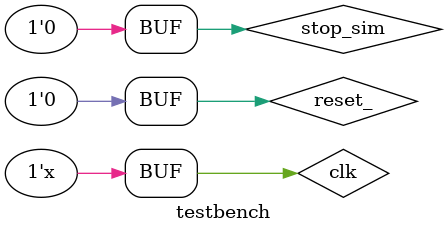
<source format=v>
module control(clk,
                  reset_,
                  stop_sim,
                  stall,
                  cmp_on,
                  rd_1st_2,
                  valid_off);
   input          clk,
                  reset_,
                  stop_sim;
   output         stall,
                  cmp_on,
                  rd_1st_2,
                  valid_off;
   reg            stall,
                  cmp_on,
                  start_sim,
                  rd_1st_2;
   wire random_gen_en = (cmp_on & ~stall & start_sim);
   wire valid_off;
   reg [1:0]nr_valid_off;
   
   assign valid_off = (random_gen_en ? $random:0);
      
   initial begin
       start_sim = 1'b0;
       cmp_on = 1'b1;
       rd_1st_2 = 1'b0;
       stall = 1'b0;
       #4 start_sim = 1'b1;
       nr_valid_off = 2'b00;
   end       

   always@(posedge clk) begin
       stall <= $random;
   end
   always@(negedge reset_) begin
       rd_1st_2 <= 1'b1;
   end
   endmodule
   
   module testbench;
       reg clk;
       wire stall,rd_1st_2,valid_off;
       wire cmp_on = ~rd_1st_2;
       reg stop_sim;
       reg reset_;
       
       initial begin
           clk = 1'b0;
           stop_sim = 1'b0;
           reset_ = 1'b1;
           #6 reset_ = 1'b0;
       end
       
       always clk =  #2 ~clk;
       
       control control(.clk(clk),.reset_(reset_),.stop_sim(stop_sim),.stall(stall),.cmp_on(cmp_on),.rd_1st_2(rd_1st_2),.valid_off(valid_off));
   endmodule
</source>
